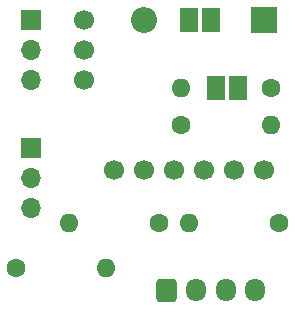
<source format=gbs>
G04 #@! TF.GenerationSoftware,KiCad,Pcbnew,(5.1.8)-1*
G04 #@! TF.CreationDate,2024-06-23T02:08:37+02:00*
G04 #@! TF.ProjectId,RC Exhaust Digispark,52432045-7868-4617-9573-742044696769,rev?*
G04 #@! TF.SameCoordinates,Original*
G04 #@! TF.FileFunction,Soldermask,Bot*
G04 #@! TF.FilePolarity,Negative*
%FSLAX46Y46*%
G04 Gerber Fmt 4.6, Leading zero omitted, Abs format (unit mm)*
G04 Created by KiCad (PCBNEW (5.1.8)-1) date 2024-06-23 02:08:37*
%MOMM*%
%LPD*%
G01*
G04 APERTURE LIST*
%ADD10C,1.600000*%
%ADD11O,1.600000X1.600000*%
%ADD12O,1.700000X1.700000*%
%ADD13R,1.700000X1.700000*%
%ADD14O,1.700000X1.950000*%
%ADD15C,1.700000*%
%ADD16R,1.500000X2.000000*%
%ADD17R,2.200000X2.200000*%
%ADD18O,2.200000X2.200000*%
G04 APERTURE END LIST*
D10*
X113665000Y-96520000D03*
D11*
X106045000Y-96520000D03*
X116205000Y-96520000D03*
D10*
X123825000Y-96520000D03*
D12*
X102870000Y-95250000D03*
X102870000Y-92710000D03*
D13*
X102870000Y-90170000D03*
X102870000Y-79375000D03*
D12*
X102870000Y-81915000D03*
X102870000Y-84455000D03*
D10*
X101600000Y-100330000D03*
D11*
X109220000Y-100330000D03*
X115570000Y-85090000D03*
D10*
X123190000Y-85090000D03*
X115570000Y-88265000D03*
D11*
X123190000Y-88265000D03*
G36*
G01*
X113450000Y-102960000D02*
X113450000Y-101510000D01*
G75*
G02*
X113700000Y-101260000I250000J0D01*
G01*
X114900000Y-101260000D01*
G75*
G02*
X115150000Y-101510000I0J-250000D01*
G01*
X115150000Y-102960000D01*
G75*
G02*
X114900000Y-103210000I-250000J0D01*
G01*
X113700000Y-103210000D01*
G75*
G02*
X113450000Y-102960000I0J250000D01*
G01*
G37*
D14*
X116800000Y-102235000D03*
X119300000Y-102235000D03*
X121800000Y-102235000D03*
D15*
X117475000Y-92075000D03*
X120015000Y-92075000D03*
X107315000Y-81915000D03*
X109855000Y-92075000D03*
X112395000Y-92075000D03*
X114935000Y-92075000D03*
X107315000Y-79375000D03*
X107315000Y-84455000D03*
X122555000Y-92075000D03*
D16*
X120396000Y-85090000D03*
X118491000Y-85090000D03*
D17*
X122555000Y-79375000D03*
D18*
X112395000Y-79375000D03*
D16*
X118110000Y-79375000D03*
X116205000Y-79375000D03*
M02*

</source>
